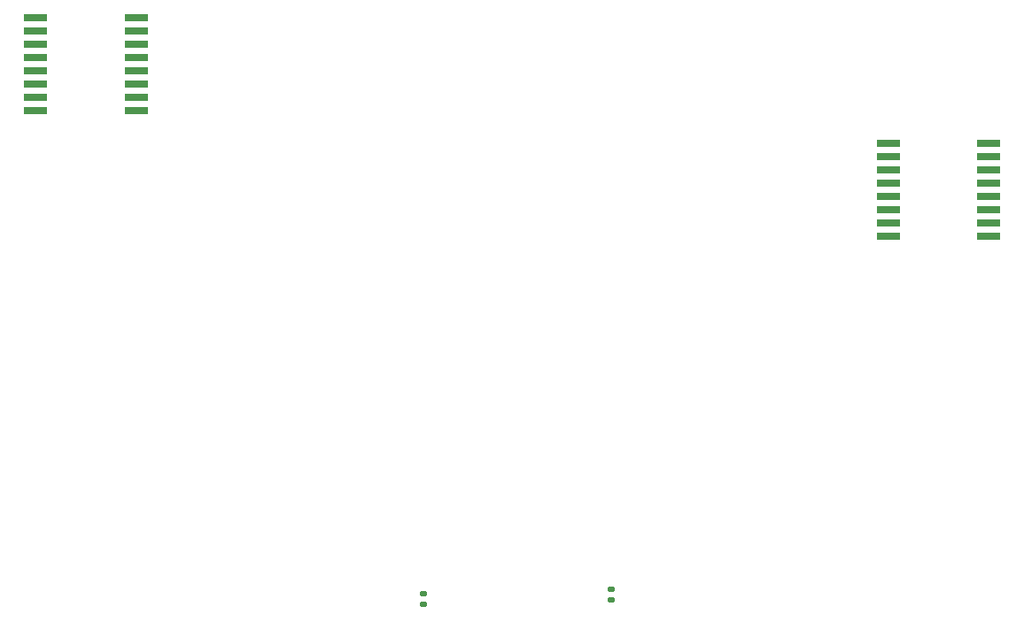
<source format=gbr>
%TF.GenerationSoftware,KiCad,Pcbnew,9.0.0*%
%TF.CreationDate,2025-06-09T15:05:36+02:00*%
%TF.ProjectId,stm32-fpga-bootloader,73746d33-322d-4667-9067-612d626f6f74,rev?*%
%TF.SameCoordinates,Original*%
%TF.FileFunction,Paste,Bot*%
%TF.FilePolarity,Positive*%
%FSLAX46Y46*%
G04 Gerber Fmt 4.6, Leading zero omitted, Abs format (unit mm)*
G04 Created by KiCad (PCBNEW 9.0.0) date 2025-06-09 15:05:36*
%MOMM*%
%LPD*%
G01*
G04 APERTURE LIST*
G04 Aperture macros list*
%AMRoundRect*
0 Rectangle with rounded corners*
0 $1 Rounding radius*
0 $2 $3 $4 $5 $6 $7 $8 $9 X,Y pos of 4 corners*
0 Add a 4 corners polygon primitive as box body*
4,1,4,$2,$3,$4,$5,$6,$7,$8,$9,$2,$3,0*
0 Add four circle primitives for the rounded corners*
1,1,$1+$1,$2,$3*
1,1,$1+$1,$4,$5*
1,1,$1+$1,$6,$7*
1,1,$1+$1,$8,$9*
0 Add four rect primitives between the rounded corners*
20,1,$1+$1,$2,$3,$4,$5,0*
20,1,$1+$1,$4,$5,$6,$7,0*
20,1,$1+$1,$6,$7,$8,$9,0*
20,1,$1+$1,$8,$9,$2,$3,0*%
G04 Aperture macros list end*
%ADD10RoundRect,0.135000X0.185000X-0.135000X0.185000X0.135000X-0.185000X0.135000X-0.185000X-0.135000X0*%
%ADD11R,2.160000X0.635000*%
G04 APERTURE END LIST*
D10*
%TO.C,R85*%
X156405000Y-122405000D03*
X156405000Y-121385000D03*
%TD*%
%TO.C,R84*%
X174305000Y-121995000D03*
X174305000Y-120975000D03*
%TD*%
D11*
%TO.C,U4*%
X210405000Y-78320000D03*
X210405000Y-79590000D03*
X210405000Y-80860000D03*
X210405000Y-82130000D03*
X210405000Y-83400000D03*
X210405000Y-84670000D03*
X210405000Y-85940000D03*
X210405000Y-87210000D03*
X200805000Y-87210000D03*
X200805000Y-85940000D03*
X200805000Y-84670000D03*
X200805000Y-83400000D03*
X200805000Y-82130000D03*
X200805000Y-80860000D03*
X200805000Y-79590000D03*
X200805000Y-78320000D03*
%TD*%
%TO.C,U13*%
X119305000Y-75180000D03*
X119305000Y-73910000D03*
X119305000Y-72640000D03*
X119305000Y-71370000D03*
X119305000Y-70100000D03*
X119305000Y-68830000D03*
X119305000Y-67560000D03*
X119305000Y-66290000D03*
X128905000Y-66290000D03*
X128905000Y-67560000D03*
X128905000Y-68830000D03*
X128905000Y-70100000D03*
X128905000Y-71370000D03*
X128905000Y-72640000D03*
X128905000Y-73910000D03*
X128905000Y-75180000D03*
%TD*%
M02*

</source>
